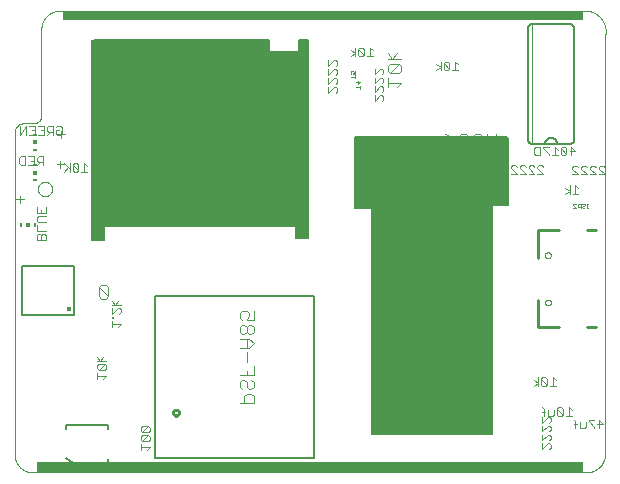
<source format=gbo>
G75*
%MOIN*%
%OFA0B0*%
%FSLAX25Y25*%
%IPPOS*%
%LPD*%
%AMOC8*
5,1,8,0,0,1.08239X$1,22.5*
%
%ADD10C,0.00000*%
%ADD11R,1.82244X0.03228*%
%ADD12R,1.73228X0.03150*%
%ADD13C,0.00800*%
%ADD14C,0.00600*%
%ADD15C,0.00200*%
%ADD16C,0.00300*%
%ADD17C,0.00500*%
%ADD18C,0.01000*%
%ADD19C,0.00100*%
%ADD20C,0.00400*%
%ADD21R,0.00591X0.01181*%
%ADD22R,0.01181X0.01181*%
%ADD23C,0.01761*%
%ADD24R,0.01181X0.00591*%
D10*
X0010738Y0006895D02*
X0010738Y0114484D01*
X0010740Y0114588D01*
X0010746Y0114692D01*
X0010755Y0114796D01*
X0010768Y0114900D01*
X0010785Y0115002D01*
X0010806Y0115105D01*
X0010831Y0115206D01*
X0010859Y0115306D01*
X0010891Y0115406D01*
X0010926Y0115504D01*
X0010965Y0115600D01*
X0011008Y0115695D01*
X0011054Y0115789D01*
X0011103Y0115881D01*
X0011156Y0115971D01*
X0011212Y0116059D01*
X0011271Y0116145D01*
X0011333Y0116228D01*
X0011398Y0116310D01*
X0011466Y0116389D01*
X0011537Y0116465D01*
X0011611Y0116539D01*
X0011687Y0116610D01*
X0011766Y0116678D01*
X0011848Y0116743D01*
X0011931Y0116805D01*
X0012017Y0116864D01*
X0012105Y0116920D01*
X0012195Y0116973D01*
X0012287Y0117022D01*
X0012381Y0117068D01*
X0012476Y0117111D01*
X0012572Y0117150D01*
X0012670Y0117185D01*
X0012770Y0117217D01*
X0012870Y0117245D01*
X0012971Y0117270D01*
X0013074Y0117291D01*
X0013176Y0117308D01*
X0013280Y0117321D01*
X0013384Y0117330D01*
X0013488Y0117336D01*
X0013592Y0117338D01*
X0013592Y0117339D02*
X0016942Y0117339D01*
X0017044Y0117341D01*
X0017145Y0117347D01*
X0017246Y0117357D01*
X0017347Y0117370D01*
X0017447Y0117388D01*
X0017547Y0117409D01*
X0017645Y0117434D01*
X0017743Y0117463D01*
X0017839Y0117495D01*
X0017934Y0117531D01*
X0018028Y0117571D01*
X0018120Y0117615D01*
X0018210Y0117661D01*
X0018298Y0117712D01*
X0018385Y0117765D01*
X0018469Y0117822D01*
X0018551Y0117882D01*
X0018631Y0117945D01*
X0018708Y0118012D01*
X0018782Y0118081D01*
X0018854Y0118153D01*
X0018923Y0118227D01*
X0018990Y0118304D01*
X0019053Y0118384D01*
X0019113Y0118466D01*
X0019170Y0118550D01*
X0019223Y0118637D01*
X0019274Y0118725D01*
X0019320Y0118815D01*
X0019364Y0118907D01*
X0019404Y0119001D01*
X0019440Y0119096D01*
X0019472Y0119192D01*
X0019501Y0119290D01*
X0019526Y0119388D01*
X0019547Y0119488D01*
X0019565Y0119588D01*
X0019578Y0119689D01*
X0019588Y0119790D01*
X0019594Y0119891D01*
X0019596Y0119993D01*
X0019596Y0148826D01*
X0019597Y0148826D02*
X0019599Y0148979D01*
X0019605Y0149132D01*
X0019614Y0149284D01*
X0019628Y0149436D01*
X0019645Y0149588D01*
X0019667Y0149739D01*
X0019692Y0149890D01*
X0019720Y0150040D01*
X0019753Y0150190D01*
X0019790Y0150338D01*
X0019830Y0150485D01*
X0019874Y0150632D01*
X0019921Y0150777D01*
X0019972Y0150921D01*
X0020027Y0151064D01*
X0020086Y0151205D01*
X0020148Y0151344D01*
X0020213Y0151482D01*
X0020282Y0151619D01*
X0020355Y0151753D01*
X0020431Y0151886D01*
X0020510Y0152017D01*
X0020592Y0152145D01*
X0020678Y0152272D01*
X0020767Y0152396D01*
X0020859Y0152518D01*
X0020954Y0152638D01*
X0021052Y0152755D01*
X0021153Y0152870D01*
X0021257Y0152982D01*
X0021364Y0153091D01*
X0021473Y0153198D01*
X0021585Y0153302D01*
X0021700Y0153403D01*
X0021817Y0153501D01*
X0021937Y0153596D01*
X0022059Y0153688D01*
X0022183Y0153777D01*
X0022310Y0153863D01*
X0022438Y0153945D01*
X0022569Y0154024D01*
X0022702Y0154100D01*
X0022836Y0154173D01*
X0022973Y0154242D01*
X0023111Y0154307D01*
X0023250Y0154369D01*
X0023391Y0154428D01*
X0023534Y0154483D01*
X0023678Y0154534D01*
X0023823Y0154581D01*
X0023970Y0154625D01*
X0024117Y0154665D01*
X0024265Y0154702D01*
X0024415Y0154735D01*
X0024565Y0154763D01*
X0024716Y0154788D01*
X0024867Y0154810D01*
X0025019Y0154827D01*
X0025171Y0154841D01*
X0025323Y0154850D01*
X0025476Y0154856D01*
X0025629Y0154858D01*
X0201964Y0154858D01*
X0201964Y0154859D02*
X0202131Y0154826D01*
X0202296Y0154789D01*
X0202461Y0154748D01*
X0202625Y0154703D01*
X0202787Y0154654D01*
X0202949Y0154601D01*
X0203109Y0154545D01*
X0203267Y0154484D01*
X0203424Y0154420D01*
X0203580Y0154351D01*
X0203734Y0154280D01*
X0203886Y0154204D01*
X0204036Y0154125D01*
X0204184Y0154042D01*
X0204330Y0153955D01*
X0204474Y0153866D01*
X0204616Y0153772D01*
X0204755Y0153675D01*
X0204893Y0153575D01*
X0205027Y0153472D01*
X0205159Y0153365D01*
X0205289Y0153256D01*
X0205416Y0153143D01*
X0205540Y0153027D01*
X0205661Y0152908D01*
X0205779Y0152786D01*
X0205895Y0152662D01*
X0206007Y0152534D01*
X0206116Y0152404D01*
X0206222Y0152272D01*
X0206325Y0152137D01*
X0206424Y0151999D01*
X0206520Y0151859D01*
X0206613Y0151717D01*
X0206702Y0151572D01*
X0206788Y0151426D01*
X0206870Y0151277D01*
X0206949Y0151127D01*
X0207024Y0150974D01*
X0207095Y0150820D01*
X0207162Y0150665D01*
X0207226Y0150507D01*
X0207286Y0150348D01*
X0207342Y0150188D01*
X0207394Y0150026D01*
X0207442Y0149864D01*
X0207486Y0149700D01*
X0207526Y0149535D01*
X0207563Y0149369D01*
X0207595Y0149202D01*
X0207623Y0149035D01*
X0207647Y0148867D01*
X0207667Y0148698D01*
X0207683Y0148529D01*
X0207695Y0148360D01*
X0207703Y0148190D01*
X0207707Y0148021D01*
X0207706Y0147851D01*
X0207702Y0147681D01*
X0207693Y0147512D01*
X0207680Y0147342D01*
X0207664Y0147173D01*
X0207643Y0147005D01*
X0207618Y0146837D01*
X0207589Y0146670D01*
X0207589Y0146669D02*
X0207589Y0007487D01*
X0207587Y0007328D01*
X0207581Y0007169D01*
X0207571Y0007010D01*
X0207558Y0006851D01*
X0207540Y0006693D01*
X0207519Y0006535D01*
X0207493Y0006378D01*
X0207464Y0006221D01*
X0207431Y0006066D01*
X0207395Y0005911D01*
X0207354Y0005757D01*
X0207310Y0005604D01*
X0207262Y0005452D01*
X0207210Y0005302D01*
X0207154Y0005152D01*
X0207095Y0005005D01*
X0207032Y0004858D01*
X0206966Y0004713D01*
X0206896Y0004570D01*
X0206823Y0004429D01*
X0206746Y0004290D01*
X0206666Y0004152D01*
X0206583Y0004016D01*
X0206496Y0003883D01*
X0206406Y0003752D01*
X0206312Y0003623D01*
X0206216Y0003496D01*
X0206117Y0003372D01*
X0206014Y0003250D01*
X0205909Y0003131D01*
X0205800Y0003014D01*
X0205689Y0002900D01*
X0205575Y0002789D01*
X0205458Y0002680D01*
X0205339Y0002575D01*
X0205217Y0002472D01*
X0205093Y0002373D01*
X0204966Y0002277D01*
X0204837Y0002183D01*
X0204706Y0002093D01*
X0204573Y0002006D01*
X0204437Y0001923D01*
X0204299Y0001843D01*
X0204160Y0001766D01*
X0204019Y0001693D01*
X0203876Y0001623D01*
X0203731Y0001557D01*
X0203584Y0001494D01*
X0203437Y0001435D01*
X0203287Y0001379D01*
X0203137Y0001327D01*
X0202985Y0001279D01*
X0202832Y0001235D01*
X0202678Y0001194D01*
X0202523Y0001158D01*
X0202368Y0001125D01*
X0202211Y0001096D01*
X0202054Y0001070D01*
X0201896Y0001049D01*
X0201738Y0001031D01*
X0201579Y0001018D01*
X0201420Y0001008D01*
X0201261Y0001002D01*
X0201102Y0001000D01*
X0016644Y0001000D01*
X0016643Y0001000D02*
X0016492Y0001002D01*
X0016340Y0001008D01*
X0016188Y0001017D01*
X0016037Y0001031D01*
X0015886Y0001048D01*
X0015735Y0001069D01*
X0015586Y0001095D01*
X0015436Y0001124D01*
X0015288Y0001156D01*
X0015141Y0001193D01*
X0014994Y0001234D01*
X0014849Y0001278D01*
X0014705Y0001326D01*
X0014562Y0001377D01*
X0014420Y0001433D01*
X0014280Y0001492D01*
X0014142Y0001554D01*
X0014005Y0001620D01*
X0013870Y0001690D01*
X0013737Y0001763D01*
X0013605Y0001839D01*
X0013476Y0001919D01*
X0013349Y0002002D01*
X0013224Y0002088D01*
X0013101Y0002178D01*
X0012981Y0002270D01*
X0012863Y0002366D01*
X0012747Y0002465D01*
X0012634Y0002566D01*
X0012524Y0002671D01*
X0012417Y0002778D01*
X0012312Y0002888D01*
X0012210Y0003001D01*
X0012111Y0003116D01*
X0012015Y0003234D01*
X0011922Y0003354D01*
X0011832Y0003477D01*
X0011746Y0003602D01*
X0011663Y0003729D01*
X0011583Y0003858D01*
X0011506Y0003989D01*
X0011433Y0004122D01*
X0011363Y0004257D01*
X0011297Y0004394D01*
X0011234Y0004532D01*
X0011175Y0004672D01*
X0011119Y0004814D01*
X0011067Y0004956D01*
X0011019Y0005101D01*
X0010975Y0005246D01*
X0010934Y0005392D01*
X0010897Y0005540D01*
X0010864Y0005688D01*
X0010835Y0005837D01*
X0010809Y0005987D01*
X0010788Y0006137D01*
X0010770Y0006288D01*
X0010756Y0006439D01*
X0010746Y0006591D01*
X0010740Y0006743D01*
X0010738Y0006895D01*
X0018455Y0095488D02*
X0018457Y0095585D01*
X0018463Y0095682D01*
X0018473Y0095778D01*
X0018487Y0095874D01*
X0018505Y0095970D01*
X0018526Y0096064D01*
X0018552Y0096158D01*
X0018581Y0096250D01*
X0018615Y0096341D01*
X0018651Y0096431D01*
X0018692Y0096519D01*
X0018736Y0096605D01*
X0018784Y0096690D01*
X0018835Y0096772D01*
X0018889Y0096853D01*
X0018947Y0096931D01*
X0019008Y0097006D01*
X0019071Y0097079D01*
X0019138Y0097150D01*
X0019208Y0097217D01*
X0019280Y0097282D01*
X0019355Y0097343D01*
X0019433Y0097402D01*
X0019512Y0097457D01*
X0019594Y0097509D01*
X0019678Y0097557D01*
X0019764Y0097602D01*
X0019852Y0097644D01*
X0019941Y0097682D01*
X0020032Y0097716D01*
X0020124Y0097746D01*
X0020217Y0097773D01*
X0020312Y0097795D01*
X0020407Y0097814D01*
X0020503Y0097829D01*
X0020599Y0097840D01*
X0020696Y0097847D01*
X0020793Y0097850D01*
X0020890Y0097849D01*
X0020987Y0097844D01*
X0021083Y0097835D01*
X0021179Y0097822D01*
X0021275Y0097805D01*
X0021370Y0097784D01*
X0021463Y0097760D01*
X0021556Y0097731D01*
X0021648Y0097699D01*
X0021738Y0097663D01*
X0021826Y0097624D01*
X0021913Y0097580D01*
X0021998Y0097534D01*
X0022081Y0097483D01*
X0022162Y0097430D01*
X0022240Y0097373D01*
X0022317Y0097313D01*
X0022390Y0097250D01*
X0022461Y0097184D01*
X0022529Y0097115D01*
X0022595Y0097043D01*
X0022657Y0096969D01*
X0022716Y0096892D01*
X0022772Y0096813D01*
X0022825Y0096731D01*
X0022875Y0096648D01*
X0022920Y0096562D01*
X0022963Y0096475D01*
X0023002Y0096386D01*
X0023037Y0096296D01*
X0023068Y0096204D01*
X0023095Y0096111D01*
X0023119Y0096017D01*
X0023139Y0095922D01*
X0023155Y0095826D01*
X0023167Y0095730D01*
X0023175Y0095633D01*
X0023179Y0095536D01*
X0023179Y0095440D01*
X0023175Y0095343D01*
X0023167Y0095246D01*
X0023155Y0095150D01*
X0023139Y0095054D01*
X0023119Y0094959D01*
X0023095Y0094865D01*
X0023068Y0094772D01*
X0023037Y0094680D01*
X0023002Y0094590D01*
X0022963Y0094501D01*
X0022920Y0094414D01*
X0022875Y0094328D01*
X0022825Y0094245D01*
X0022772Y0094163D01*
X0022716Y0094084D01*
X0022657Y0094007D01*
X0022595Y0093933D01*
X0022529Y0093861D01*
X0022461Y0093792D01*
X0022390Y0093726D01*
X0022317Y0093663D01*
X0022240Y0093603D01*
X0022162Y0093546D01*
X0022081Y0093493D01*
X0021998Y0093442D01*
X0021913Y0093396D01*
X0021826Y0093352D01*
X0021738Y0093313D01*
X0021648Y0093277D01*
X0021556Y0093245D01*
X0021463Y0093216D01*
X0021370Y0093192D01*
X0021275Y0093171D01*
X0021179Y0093154D01*
X0021083Y0093141D01*
X0020987Y0093132D01*
X0020890Y0093127D01*
X0020793Y0093126D01*
X0020696Y0093129D01*
X0020599Y0093136D01*
X0020503Y0093147D01*
X0020407Y0093162D01*
X0020312Y0093181D01*
X0020217Y0093203D01*
X0020124Y0093230D01*
X0020032Y0093260D01*
X0019941Y0093294D01*
X0019852Y0093332D01*
X0019764Y0093374D01*
X0019678Y0093419D01*
X0019594Y0093467D01*
X0019512Y0093519D01*
X0019433Y0093574D01*
X0019355Y0093633D01*
X0019280Y0093694D01*
X0019208Y0093759D01*
X0019138Y0093826D01*
X0019071Y0093897D01*
X0019008Y0093970D01*
X0018947Y0094045D01*
X0018889Y0094123D01*
X0018835Y0094204D01*
X0018784Y0094286D01*
X0018736Y0094371D01*
X0018692Y0094457D01*
X0018651Y0094545D01*
X0018615Y0094635D01*
X0018581Y0094726D01*
X0018552Y0094818D01*
X0018526Y0094912D01*
X0018505Y0095006D01*
X0018487Y0095102D01*
X0018473Y0095198D01*
X0018463Y0095294D01*
X0018457Y0095391D01*
X0018455Y0095488D01*
X0046014Y0095488D02*
X0046016Y0095585D01*
X0046022Y0095682D01*
X0046032Y0095778D01*
X0046046Y0095874D01*
X0046064Y0095970D01*
X0046085Y0096064D01*
X0046111Y0096158D01*
X0046140Y0096250D01*
X0046174Y0096341D01*
X0046210Y0096431D01*
X0046251Y0096519D01*
X0046295Y0096605D01*
X0046343Y0096690D01*
X0046394Y0096772D01*
X0046448Y0096853D01*
X0046506Y0096931D01*
X0046567Y0097006D01*
X0046630Y0097079D01*
X0046697Y0097150D01*
X0046767Y0097217D01*
X0046839Y0097282D01*
X0046914Y0097343D01*
X0046992Y0097402D01*
X0047071Y0097457D01*
X0047153Y0097509D01*
X0047237Y0097557D01*
X0047323Y0097602D01*
X0047411Y0097644D01*
X0047500Y0097682D01*
X0047591Y0097716D01*
X0047683Y0097746D01*
X0047776Y0097773D01*
X0047871Y0097795D01*
X0047966Y0097814D01*
X0048062Y0097829D01*
X0048158Y0097840D01*
X0048255Y0097847D01*
X0048352Y0097850D01*
X0048449Y0097849D01*
X0048546Y0097844D01*
X0048642Y0097835D01*
X0048738Y0097822D01*
X0048834Y0097805D01*
X0048929Y0097784D01*
X0049022Y0097760D01*
X0049115Y0097731D01*
X0049207Y0097699D01*
X0049297Y0097663D01*
X0049385Y0097624D01*
X0049472Y0097580D01*
X0049557Y0097534D01*
X0049640Y0097483D01*
X0049721Y0097430D01*
X0049799Y0097373D01*
X0049876Y0097313D01*
X0049949Y0097250D01*
X0050020Y0097184D01*
X0050088Y0097115D01*
X0050154Y0097043D01*
X0050216Y0096969D01*
X0050275Y0096892D01*
X0050331Y0096813D01*
X0050384Y0096731D01*
X0050434Y0096648D01*
X0050479Y0096562D01*
X0050522Y0096475D01*
X0050561Y0096386D01*
X0050596Y0096296D01*
X0050627Y0096204D01*
X0050654Y0096111D01*
X0050678Y0096017D01*
X0050698Y0095922D01*
X0050714Y0095826D01*
X0050726Y0095730D01*
X0050734Y0095633D01*
X0050738Y0095536D01*
X0050738Y0095440D01*
X0050734Y0095343D01*
X0050726Y0095246D01*
X0050714Y0095150D01*
X0050698Y0095054D01*
X0050678Y0094959D01*
X0050654Y0094865D01*
X0050627Y0094772D01*
X0050596Y0094680D01*
X0050561Y0094590D01*
X0050522Y0094501D01*
X0050479Y0094414D01*
X0050434Y0094328D01*
X0050384Y0094245D01*
X0050331Y0094163D01*
X0050275Y0094084D01*
X0050216Y0094007D01*
X0050154Y0093933D01*
X0050088Y0093861D01*
X0050020Y0093792D01*
X0049949Y0093726D01*
X0049876Y0093663D01*
X0049799Y0093603D01*
X0049721Y0093546D01*
X0049640Y0093493D01*
X0049557Y0093442D01*
X0049472Y0093396D01*
X0049385Y0093352D01*
X0049297Y0093313D01*
X0049207Y0093277D01*
X0049115Y0093245D01*
X0049022Y0093216D01*
X0048929Y0093192D01*
X0048834Y0093171D01*
X0048738Y0093154D01*
X0048642Y0093141D01*
X0048546Y0093132D01*
X0048449Y0093127D01*
X0048352Y0093126D01*
X0048255Y0093129D01*
X0048158Y0093136D01*
X0048062Y0093147D01*
X0047966Y0093162D01*
X0047871Y0093181D01*
X0047776Y0093203D01*
X0047683Y0093230D01*
X0047591Y0093260D01*
X0047500Y0093294D01*
X0047411Y0093332D01*
X0047323Y0093374D01*
X0047237Y0093419D01*
X0047153Y0093467D01*
X0047071Y0093519D01*
X0046992Y0093574D01*
X0046914Y0093633D01*
X0046839Y0093694D01*
X0046767Y0093759D01*
X0046697Y0093826D01*
X0046630Y0093897D01*
X0046567Y0093970D01*
X0046506Y0094045D01*
X0046448Y0094123D01*
X0046394Y0094204D01*
X0046343Y0094286D01*
X0046295Y0094371D01*
X0046251Y0094457D01*
X0046210Y0094545D01*
X0046174Y0094635D01*
X0046140Y0094726D01*
X0046111Y0094818D01*
X0046085Y0094912D01*
X0046064Y0095006D01*
X0046046Y0095102D01*
X0046032Y0095198D01*
X0046022Y0095294D01*
X0046016Y0095391D01*
X0046014Y0095488D01*
X0187431Y0073402D02*
X0187433Y0073464D01*
X0187439Y0073527D01*
X0187449Y0073588D01*
X0187463Y0073649D01*
X0187480Y0073709D01*
X0187501Y0073768D01*
X0187527Y0073825D01*
X0187555Y0073880D01*
X0187587Y0073934D01*
X0187623Y0073985D01*
X0187661Y0074035D01*
X0187703Y0074081D01*
X0187747Y0074125D01*
X0187795Y0074166D01*
X0187844Y0074204D01*
X0187896Y0074238D01*
X0187950Y0074269D01*
X0188006Y0074297D01*
X0188064Y0074321D01*
X0188123Y0074342D01*
X0188183Y0074358D01*
X0188244Y0074371D01*
X0188306Y0074380D01*
X0188368Y0074385D01*
X0188431Y0074386D01*
X0188493Y0074383D01*
X0188555Y0074376D01*
X0188617Y0074365D01*
X0188677Y0074350D01*
X0188737Y0074332D01*
X0188795Y0074310D01*
X0188852Y0074284D01*
X0188907Y0074254D01*
X0188960Y0074221D01*
X0189011Y0074185D01*
X0189059Y0074146D01*
X0189105Y0074103D01*
X0189148Y0074058D01*
X0189188Y0074010D01*
X0189225Y0073960D01*
X0189259Y0073907D01*
X0189290Y0073853D01*
X0189316Y0073797D01*
X0189340Y0073739D01*
X0189359Y0073679D01*
X0189375Y0073619D01*
X0189387Y0073557D01*
X0189395Y0073496D01*
X0189399Y0073433D01*
X0189399Y0073371D01*
X0189395Y0073308D01*
X0189387Y0073247D01*
X0189375Y0073185D01*
X0189359Y0073125D01*
X0189340Y0073065D01*
X0189316Y0073007D01*
X0189290Y0072951D01*
X0189259Y0072897D01*
X0189225Y0072844D01*
X0189188Y0072794D01*
X0189148Y0072746D01*
X0189105Y0072701D01*
X0189059Y0072658D01*
X0189011Y0072619D01*
X0188960Y0072583D01*
X0188907Y0072550D01*
X0188852Y0072520D01*
X0188795Y0072494D01*
X0188737Y0072472D01*
X0188677Y0072454D01*
X0188617Y0072439D01*
X0188555Y0072428D01*
X0188493Y0072421D01*
X0188431Y0072418D01*
X0188368Y0072419D01*
X0188306Y0072424D01*
X0188244Y0072433D01*
X0188183Y0072446D01*
X0188123Y0072462D01*
X0188064Y0072483D01*
X0188006Y0072507D01*
X0187950Y0072535D01*
X0187896Y0072566D01*
X0187844Y0072600D01*
X0187795Y0072638D01*
X0187747Y0072679D01*
X0187703Y0072723D01*
X0187661Y0072769D01*
X0187623Y0072819D01*
X0187587Y0072870D01*
X0187555Y0072924D01*
X0187527Y0072979D01*
X0187501Y0073036D01*
X0187480Y0073095D01*
X0187463Y0073155D01*
X0187449Y0073216D01*
X0187439Y0073277D01*
X0187433Y0073340D01*
X0187431Y0073402D01*
X0187431Y0057654D02*
X0187433Y0057716D01*
X0187439Y0057779D01*
X0187449Y0057840D01*
X0187463Y0057901D01*
X0187480Y0057961D01*
X0187501Y0058020D01*
X0187527Y0058077D01*
X0187555Y0058132D01*
X0187587Y0058186D01*
X0187623Y0058237D01*
X0187661Y0058287D01*
X0187703Y0058333D01*
X0187747Y0058377D01*
X0187795Y0058418D01*
X0187844Y0058456D01*
X0187896Y0058490D01*
X0187950Y0058521D01*
X0188006Y0058549D01*
X0188064Y0058573D01*
X0188123Y0058594D01*
X0188183Y0058610D01*
X0188244Y0058623D01*
X0188306Y0058632D01*
X0188368Y0058637D01*
X0188431Y0058638D01*
X0188493Y0058635D01*
X0188555Y0058628D01*
X0188617Y0058617D01*
X0188677Y0058602D01*
X0188737Y0058584D01*
X0188795Y0058562D01*
X0188852Y0058536D01*
X0188907Y0058506D01*
X0188960Y0058473D01*
X0189011Y0058437D01*
X0189059Y0058398D01*
X0189105Y0058355D01*
X0189148Y0058310D01*
X0189188Y0058262D01*
X0189225Y0058212D01*
X0189259Y0058159D01*
X0189290Y0058105D01*
X0189316Y0058049D01*
X0189340Y0057991D01*
X0189359Y0057931D01*
X0189375Y0057871D01*
X0189387Y0057809D01*
X0189395Y0057748D01*
X0189399Y0057685D01*
X0189399Y0057623D01*
X0189395Y0057560D01*
X0189387Y0057499D01*
X0189375Y0057437D01*
X0189359Y0057377D01*
X0189340Y0057317D01*
X0189316Y0057259D01*
X0189290Y0057203D01*
X0189259Y0057149D01*
X0189225Y0057096D01*
X0189188Y0057046D01*
X0189148Y0056998D01*
X0189105Y0056953D01*
X0189059Y0056910D01*
X0189011Y0056871D01*
X0188960Y0056835D01*
X0188907Y0056802D01*
X0188852Y0056772D01*
X0188795Y0056746D01*
X0188737Y0056724D01*
X0188677Y0056706D01*
X0188617Y0056691D01*
X0188555Y0056680D01*
X0188493Y0056673D01*
X0188431Y0056670D01*
X0188368Y0056671D01*
X0188306Y0056676D01*
X0188244Y0056685D01*
X0188183Y0056698D01*
X0188123Y0056714D01*
X0188064Y0056735D01*
X0188006Y0056759D01*
X0187950Y0056787D01*
X0187896Y0056818D01*
X0187844Y0056852D01*
X0187795Y0056890D01*
X0187747Y0056931D01*
X0187703Y0056975D01*
X0187661Y0057021D01*
X0187623Y0057071D01*
X0187587Y0057122D01*
X0187555Y0057176D01*
X0187527Y0057231D01*
X0187501Y0057288D01*
X0187480Y0057347D01*
X0187463Y0057407D01*
X0187449Y0057468D01*
X0187439Y0057529D01*
X0187433Y0057592D01*
X0187431Y0057654D01*
D11*
X0109183Y0002693D03*
D12*
X0113415Y0153244D03*
D13*
X0041919Y0016827D02*
X0027746Y0016827D01*
X0027746Y0015646D01*
X0027746Y0005921D02*
X0030108Y0004228D01*
X0041919Y0004228D01*
X0041919Y0005409D01*
X0041919Y0015646D02*
X0041919Y0016827D01*
D14*
X0181818Y0112067D02*
X0181818Y0149067D01*
X0181820Y0149143D01*
X0181826Y0149219D01*
X0181835Y0149294D01*
X0181849Y0149369D01*
X0181866Y0149443D01*
X0181887Y0149516D01*
X0181911Y0149588D01*
X0181940Y0149659D01*
X0181971Y0149728D01*
X0182006Y0149795D01*
X0182045Y0149860D01*
X0182087Y0149924D01*
X0182132Y0149985D01*
X0182180Y0150044D01*
X0182231Y0150100D01*
X0182285Y0150154D01*
X0182341Y0150205D01*
X0182400Y0150253D01*
X0182461Y0150298D01*
X0182525Y0150340D01*
X0182590Y0150379D01*
X0182657Y0150414D01*
X0182726Y0150445D01*
X0182797Y0150474D01*
X0182869Y0150498D01*
X0182942Y0150519D01*
X0183016Y0150536D01*
X0183091Y0150550D01*
X0183166Y0150559D01*
X0183242Y0150565D01*
X0183318Y0150567D01*
X0195718Y0150567D01*
X0195794Y0150565D01*
X0195870Y0150559D01*
X0195945Y0150550D01*
X0196020Y0150536D01*
X0196094Y0150519D01*
X0196167Y0150498D01*
X0196239Y0150474D01*
X0196310Y0150445D01*
X0196379Y0150414D01*
X0196446Y0150379D01*
X0196511Y0150340D01*
X0196575Y0150298D01*
X0196636Y0150253D01*
X0196695Y0150205D01*
X0196751Y0150154D01*
X0196805Y0150100D01*
X0196856Y0150044D01*
X0196904Y0149985D01*
X0196949Y0149924D01*
X0196991Y0149860D01*
X0197030Y0149795D01*
X0197065Y0149728D01*
X0197096Y0149659D01*
X0197125Y0149588D01*
X0197149Y0149516D01*
X0197170Y0149443D01*
X0197187Y0149369D01*
X0197201Y0149294D01*
X0197210Y0149219D01*
X0197216Y0149143D01*
X0197218Y0149067D01*
X0197218Y0112067D01*
X0197216Y0111991D01*
X0197210Y0111915D01*
X0197201Y0111840D01*
X0197187Y0111765D01*
X0197170Y0111691D01*
X0197149Y0111618D01*
X0197125Y0111546D01*
X0197096Y0111475D01*
X0197065Y0111406D01*
X0197030Y0111339D01*
X0196991Y0111274D01*
X0196949Y0111210D01*
X0196904Y0111149D01*
X0196856Y0111090D01*
X0196805Y0111034D01*
X0196751Y0110980D01*
X0196695Y0110929D01*
X0196636Y0110881D01*
X0196575Y0110836D01*
X0196511Y0110794D01*
X0196446Y0110755D01*
X0196379Y0110720D01*
X0196310Y0110689D01*
X0196239Y0110660D01*
X0196167Y0110636D01*
X0196094Y0110615D01*
X0196020Y0110598D01*
X0195945Y0110584D01*
X0195870Y0110575D01*
X0195794Y0110569D01*
X0195718Y0110567D01*
X0191518Y0110567D01*
X0187518Y0110567D01*
X0183318Y0110567D01*
X0183242Y0110569D01*
X0183166Y0110575D01*
X0183091Y0110584D01*
X0183016Y0110598D01*
X0182942Y0110615D01*
X0182869Y0110636D01*
X0182797Y0110660D01*
X0182726Y0110689D01*
X0182657Y0110720D01*
X0182590Y0110755D01*
X0182525Y0110794D01*
X0182461Y0110836D01*
X0182400Y0110881D01*
X0182341Y0110929D01*
X0182285Y0110980D01*
X0182231Y0111034D01*
X0182180Y0111090D01*
X0182132Y0111149D01*
X0182087Y0111210D01*
X0182045Y0111274D01*
X0182006Y0111339D01*
X0181971Y0111406D01*
X0181940Y0111475D01*
X0181911Y0111546D01*
X0181887Y0111618D01*
X0181866Y0111691D01*
X0181849Y0111765D01*
X0181835Y0111840D01*
X0181826Y0111915D01*
X0181820Y0111991D01*
X0181818Y0112067D01*
X0187518Y0110567D02*
X0187520Y0110655D01*
X0187526Y0110744D01*
X0187536Y0110832D01*
X0187549Y0110919D01*
X0187567Y0111006D01*
X0187588Y0111092D01*
X0187613Y0111177D01*
X0187642Y0111260D01*
X0187675Y0111343D01*
X0187711Y0111423D01*
X0187750Y0111502D01*
X0187793Y0111580D01*
X0187840Y0111655D01*
X0187890Y0111728D01*
X0187943Y0111799D01*
X0187999Y0111868D01*
X0188058Y0111934D01*
X0188120Y0111997D01*
X0188184Y0112057D01*
X0188251Y0112115D01*
X0188321Y0112169D01*
X0188393Y0112221D01*
X0188467Y0112269D01*
X0188544Y0112314D01*
X0188622Y0112355D01*
X0188702Y0112393D01*
X0188783Y0112427D01*
X0188866Y0112458D01*
X0188951Y0112485D01*
X0189036Y0112508D01*
X0189122Y0112527D01*
X0189210Y0112543D01*
X0189297Y0112555D01*
X0189385Y0112563D01*
X0189474Y0112567D01*
X0189562Y0112567D01*
X0189651Y0112563D01*
X0189739Y0112555D01*
X0189826Y0112543D01*
X0189914Y0112527D01*
X0190000Y0112508D01*
X0190085Y0112485D01*
X0190170Y0112458D01*
X0190253Y0112427D01*
X0190334Y0112393D01*
X0190414Y0112355D01*
X0190492Y0112314D01*
X0190569Y0112269D01*
X0190643Y0112221D01*
X0190715Y0112169D01*
X0190785Y0112115D01*
X0190852Y0112057D01*
X0190916Y0111997D01*
X0190978Y0111934D01*
X0191037Y0111868D01*
X0191093Y0111799D01*
X0191146Y0111728D01*
X0191196Y0111655D01*
X0191243Y0111580D01*
X0191286Y0111502D01*
X0191325Y0111423D01*
X0191361Y0111343D01*
X0191394Y0111260D01*
X0191423Y0111177D01*
X0191448Y0111092D01*
X0191469Y0111006D01*
X0191487Y0110919D01*
X0191500Y0110832D01*
X0191510Y0110744D01*
X0191516Y0110655D01*
X0191518Y0110567D01*
D15*
X0183218Y0110567D02*
X0183218Y0150567D01*
D16*
X0158563Y0137011D02*
X0157595Y0137978D01*
X0157595Y0135076D01*
X0156628Y0135076D02*
X0158563Y0135076D01*
X0155616Y0135560D02*
X0153681Y0137495D01*
X0153681Y0135560D01*
X0154165Y0135076D01*
X0155132Y0135076D01*
X0155616Y0135560D01*
X0155616Y0137495D01*
X0155132Y0137978D01*
X0154165Y0137978D01*
X0153681Y0137495D01*
X0152670Y0137978D02*
X0152670Y0135076D01*
X0152670Y0136043D02*
X0151218Y0137011D01*
X0152670Y0136043D02*
X0151218Y0135076D01*
X0133585Y0135111D02*
X0133585Y0134144D01*
X0133101Y0133660D01*
X0133101Y0132649D02*
X0133585Y0132165D01*
X0133585Y0131197D01*
X0133101Y0130714D01*
X0133101Y0129702D02*
X0133585Y0129218D01*
X0133585Y0128251D01*
X0133101Y0127767D01*
X0133101Y0126756D02*
X0133585Y0126272D01*
X0133585Y0125304D01*
X0133101Y0124821D01*
X0133101Y0126756D02*
X0132617Y0126756D01*
X0130682Y0124821D01*
X0130682Y0126756D01*
X0130682Y0127767D02*
X0132617Y0129702D01*
X0133101Y0129702D01*
X0130682Y0129702D02*
X0130682Y0127767D01*
X0130682Y0130714D02*
X0132617Y0132649D01*
X0133101Y0132649D01*
X0130682Y0132649D02*
X0130682Y0130714D01*
X0130682Y0133660D02*
X0132617Y0135595D01*
X0133101Y0135595D01*
X0133585Y0135111D01*
X0130682Y0135595D02*
X0130682Y0133660D01*
X0130017Y0139733D02*
X0128082Y0139733D01*
X0129050Y0139733D02*
X0129050Y0142635D01*
X0130017Y0141668D01*
X0127071Y0142151D02*
X0127071Y0140216D01*
X0125136Y0142151D01*
X0125136Y0140216D01*
X0125620Y0139733D01*
X0126587Y0139733D01*
X0127071Y0140216D01*
X0124124Y0139733D02*
X0124124Y0142635D01*
X0125136Y0142151D02*
X0125620Y0142635D01*
X0126587Y0142635D01*
X0127071Y0142151D01*
X0124124Y0140700D02*
X0122673Y0141668D01*
X0124124Y0140700D02*
X0122673Y0139733D01*
X0118159Y0137913D02*
X0118159Y0136946D01*
X0117675Y0136462D01*
X0117675Y0135450D02*
X0118159Y0134967D01*
X0118159Y0133999D01*
X0117675Y0133515D01*
X0117675Y0132504D02*
X0118159Y0132020D01*
X0118159Y0131053D01*
X0117675Y0130569D01*
X0117675Y0129557D02*
X0118159Y0129074D01*
X0118159Y0128106D01*
X0117675Y0127622D01*
X0117191Y0129557D02*
X0115256Y0127622D01*
X0115256Y0129557D01*
X0115256Y0130569D02*
X0117191Y0132504D01*
X0117675Y0132504D01*
X0115256Y0132504D02*
X0115256Y0130569D01*
X0117191Y0129557D02*
X0117675Y0129557D01*
X0115256Y0133515D02*
X0117191Y0135450D01*
X0117675Y0135450D01*
X0115256Y0135450D02*
X0115256Y0133515D01*
X0115256Y0136462D02*
X0117191Y0138397D01*
X0117675Y0138397D01*
X0118159Y0137913D01*
X0115256Y0138397D02*
X0115256Y0136462D01*
X0104986Y0136353D02*
X0104986Y0138288D01*
X0104986Y0137321D02*
X0102083Y0137321D01*
X0099986Y0137804D02*
X0099986Y0136353D01*
X0097083Y0136353D01*
X0097083Y0137804D01*
X0097567Y0138288D01*
X0099502Y0138288D01*
X0099986Y0137804D01*
X0099986Y0135342D02*
X0097083Y0135342D01*
X0099986Y0133407D01*
X0097083Y0133407D01*
X0097567Y0132395D02*
X0098535Y0132395D01*
X0098535Y0131428D01*
X0099502Y0132395D02*
X0099986Y0131911D01*
X0099986Y0130944D01*
X0099502Y0130460D01*
X0097567Y0130460D01*
X0097083Y0130944D01*
X0097083Y0131911D01*
X0097567Y0132395D01*
X0102083Y0132395D02*
X0104018Y0132395D01*
X0104986Y0131428D01*
X0104018Y0130460D01*
X0102083Y0130460D01*
X0103535Y0130460D02*
X0103535Y0132395D01*
X0102083Y0133407D02*
X0104986Y0133407D01*
X0102083Y0135342D01*
X0104986Y0135342D01*
X0104986Y0098021D02*
X0104986Y0096086D01*
X0104986Y0097053D02*
X0102083Y0097053D01*
X0102083Y0095074D02*
X0102083Y0093139D01*
X0104986Y0093139D01*
X0104986Y0095074D01*
X0103535Y0094107D02*
X0103535Y0093139D01*
X0103051Y0092128D02*
X0102567Y0092128D01*
X0102083Y0091644D01*
X0102083Y0090676D01*
X0102567Y0090193D01*
X0103535Y0090676D02*
X0103535Y0091644D01*
X0103051Y0092128D01*
X0104502Y0092128D02*
X0104986Y0091644D01*
X0104986Y0090676D01*
X0104502Y0090193D01*
X0104018Y0090193D01*
X0103535Y0090676D01*
X0104986Y0089181D02*
X0104986Y0087246D01*
X0102083Y0087246D01*
X0102083Y0089181D01*
X0103535Y0088214D02*
X0103535Y0087246D01*
X0103535Y0086235D02*
X0103051Y0085751D01*
X0103051Y0084300D01*
X0103051Y0085267D02*
X0102083Y0086235D01*
X0103535Y0086235D02*
X0104502Y0086235D01*
X0104986Y0085751D01*
X0104986Y0084300D01*
X0102083Y0084300D01*
X0099986Y0084300D02*
X0099986Y0085751D01*
X0099502Y0086235D01*
X0097567Y0086235D01*
X0097083Y0085751D01*
X0097083Y0084300D01*
X0099986Y0084300D01*
X0099986Y0087246D02*
X0099986Y0088214D01*
X0099986Y0087730D02*
X0097083Y0087730D01*
X0097083Y0087246D02*
X0097083Y0088214D01*
X0097567Y0089210D02*
X0097083Y0089694D01*
X0097083Y0090662D01*
X0097567Y0091145D01*
X0099502Y0091145D01*
X0099986Y0090662D01*
X0099986Y0089694D01*
X0099502Y0089210D01*
X0097567Y0089210D01*
X0094986Y0089694D02*
X0094986Y0090662D01*
X0094502Y0091145D01*
X0092567Y0091145D01*
X0092083Y0090662D01*
X0092083Y0089694D01*
X0092567Y0089210D01*
X0094502Y0089210D01*
X0094986Y0089694D01*
X0094986Y0088214D02*
X0094986Y0087246D01*
X0094986Y0087730D02*
X0092083Y0087730D01*
X0092083Y0087246D02*
X0092083Y0088214D01*
X0092567Y0086235D02*
X0092083Y0085751D01*
X0092083Y0084300D01*
X0094986Y0084300D01*
X0094986Y0085751D01*
X0094502Y0086235D01*
X0092567Y0086235D01*
X0089986Y0085751D02*
X0089986Y0084300D01*
X0087083Y0084300D01*
X0087083Y0085751D01*
X0087567Y0086235D01*
X0089502Y0086235D01*
X0089986Y0085751D01*
X0089986Y0087246D02*
X0089986Y0088214D01*
X0089986Y0087730D02*
X0087083Y0087730D01*
X0087083Y0087246D02*
X0087083Y0088214D01*
X0087567Y0089210D02*
X0087083Y0089694D01*
X0087083Y0090662D01*
X0087567Y0091145D01*
X0089502Y0091145D01*
X0089986Y0090662D01*
X0089986Y0089694D01*
X0089502Y0089210D01*
X0087567Y0089210D01*
X0084986Y0089694D02*
X0084986Y0090662D01*
X0084502Y0091145D01*
X0082567Y0091145D01*
X0082083Y0090662D01*
X0082083Y0089694D01*
X0082567Y0089210D01*
X0084502Y0089210D01*
X0084986Y0089694D01*
X0084986Y0088214D02*
X0084986Y0087246D01*
X0084986Y0087730D02*
X0082083Y0087730D01*
X0082083Y0087246D02*
X0082083Y0088214D01*
X0082567Y0086235D02*
X0084502Y0086235D01*
X0084986Y0085751D01*
X0084986Y0084300D01*
X0082083Y0084300D01*
X0082083Y0085751D01*
X0082567Y0086235D01*
X0079986Y0085751D02*
X0079986Y0084300D01*
X0077083Y0084300D01*
X0077083Y0085751D01*
X0077567Y0086235D01*
X0079502Y0086235D01*
X0079986Y0085751D01*
X0079986Y0087246D02*
X0079986Y0088214D01*
X0079986Y0087730D02*
X0077083Y0087730D01*
X0077083Y0087246D02*
X0077083Y0088214D01*
X0077567Y0089210D02*
X0077083Y0089694D01*
X0077083Y0090662D01*
X0077567Y0091145D01*
X0079502Y0091145D01*
X0079986Y0090662D01*
X0079986Y0089694D01*
X0079502Y0089210D01*
X0077567Y0089210D01*
X0074986Y0089694D02*
X0074986Y0090662D01*
X0074502Y0091145D01*
X0072567Y0091145D01*
X0072083Y0090662D01*
X0072083Y0089694D01*
X0072567Y0089210D01*
X0074502Y0089210D01*
X0074986Y0089694D01*
X0074986Y0088214D02*
X0074986Y0087246D01*
X0074986Y0087730D02*
X0072083Y0087730D01*
X0072083Y0087246D02*
X0072083Y0088214D01*
X0072567Y0086235D02*
X0074502Y0086235D01*
X0074986Y0085751D01*
X0074986Y0084300D01*
X0072083Y0084300D01*
X0072083Y0085751D01*
X0072567Y0086235D01*
X0069986Y0087730D02*
X0069986Y0088697D01*
X0069502Y0089181D01*
X0069018Y0089181D01*
X0068535Y0088697D01*
X0068051Y0089181D01*
X0067567Y0089181D01*
X0067083Y0088697D01*
X0067083Y0087730D01*
X0067567Y0087246D01*
X0068535Y0088214D02*
X0068535Y0088697D01*
X0068051Y0090193D02*
X0067083Y0091160D01*
X0068051Y0092128D01*
X0069986Y0092128D01*
X0069502Y0093139D02*
X0069986Y0093623D01*
X0069986Y0094590D01*
X0069502Y0095074D01*
X0069018Y0095074D01*
X0068535Y0094590D01*
X0068051Y0095074D01*
X0067567Y0095074D01*
X0067083Y0094590D01*
X0067083Y0093623D01*
X0067567Y0093139D01*
X0068535Y0094107D02*
X0068535Y0094590D01*
X0072083Y0093608D02*
X0072083Y0092641D01*
X0072567Y0092157D01*
X0073535Y0092157D02*
X0074018Y0093124D01*
X0074018Y0093608D01*
X0073535Y0094092D01*
X0072567Y0094092D01*
X0072083Y0093608D01*
X0073535Y0092157D02*
X0074986Y0092157D01*
X0074986Y0094092D01*
X0077083Y0093608D02*
X0079986Y0093608D01*
X0078535Y0092157D01*
X0078535Y0094092D01*
X0082083Y0093608D02*
X0082083Y0092641D01*
X0082567Y0092157D01*
X0083535Y0093124D02*
X0083535Y0093608D01*
X0083051Y0094092D01*
X0082567Y0094092D01*
X0082083Y0093608D01*
X0083535Y0093608D02*
X0084018Y0094092D01*
X0084502Y0094092D01*
X0084986Y0093608D01*
X0084986Y0092641D01*
X0084502Y0092157D01*
X0087083Y0092157D02*
X0087083Y0094092D01*
X0087083Y0092157D02*
X0089018Y0094092D01*
X0089502Y0094092D01*
X0089986Y0093608D01*
X0089986Y0092641D01*
X0089502Y0092157D01*
X0092083Y0092157D02*
X0092083Y0094092D01*
X0092083Y0093124D02*
X0094986Y0093124D01*
X0094018Y0092157D01*
X0097083Y0092641D02*
X0097567Y0092157D01*
X0099502Y0094092D01*
X0097567Y0094092D01*
X0097083Y0093608D01*
X0097083Y0092641D01*
X0097567Y0092157D02*
X0099502Y0092157D01*
X0099986Y0092641D01*
X0099986Y0093608D01*
X0099502Y0094092D01*
X0069986Y0090193D02*
X0068051Y0090193D01*
X0064986Y0090193D02*
X0064986Y0091644D01*
X0064502Y0092128D01*
X0062567Y0092128D01*
X0062083Y0091644D01*
X0062083Y0090193D01*
X0064986Y0090193D01*
X0064986Y0089181D02*
X0062083Y0089181D01*
X0064986Y0087246D01*
X0062083Y0087246D01*
X0062567Y0086235D02*
X0063535Y0086235D01*
X0063535Y0085267D01*
X0064502Y0084300D02*
X0062567Y0084300D01*
X0062083Y0084783D01*
X0062083Y0085751D01*
X0062567Y0086235D01*
X0064502Y0086235D02*
X0064986Y0085751D01*
X0064986Y0084783D01*
X0064502Y0084300D01*
X0067567Y0085267D02*
X0069502Y0085267D01*
X0068535Y0084300D02*
X0068535Y0086235D01*
X0069502Y0087246D02*
X0069986Y0087730D01*
X0059986Y0087730D02*
X0059502Y0087246D01*
X0057567Y0087246D01*
X0057083Y0087730D01*
X0057083Y0088697D01*
X0057567Y0089181D01*
X0057083Y0090193D02*
X0059986Y0090193D01*
X0059502Y0089181D02*
X0059986Y0088697D01*
X0059986Y0087730D01*
X0059502Y0086235D02*
X0059986Y0085751D01*
X0059986Y0084783D01*
X0059502Y0084300D01*
X0059018Y0084300D01*
X0058535Y0084783D01*
X0058535Y0085751D01*
X0058051Y0086235D01*
X0057567Y0086235D01*
X0057083Y0085751D01*
X0057083Y0084783D01*
X0057567Y0084300D01*
X0054986Y0084300D02*
X0054018Y0085267D01*
X0054986Y0086235D01*
X0052083Y0086235D01*
X0052083Y0087246D02*
X0052083Y0088214D01*
X0052083Y0087730D02*
X0054986Y0087730D01*
X0054986Y0087246D02*
X0054986Y0088214D01*
X0054502Y0089210D02*
X0054018Y0089210D01*
X0053535Y0089694D01*
X0053535Y0090662D01*
X0053051Y0091145D01*
X0052567Y0091145D01*
X0052083Y0090662D01*
X0052083Y0089694D01*
X0052567Y0089210D01*
X0054502Y0089210D02*
X0054986Y0089694D01*
X0054986Y0090662D01*
X0054502Y0091145D01*
X0054502Y0092157D02*
X0052567Y0092157D01*
X0052083Y0092641D01*
X0052083Y0093608D01*
X0052567Y0094092D01*
X0054502Y0094092D01*
X0054986Y0093608D01*
X0054986Y0092641D01*
X0054502Y0092157D01*
X0057083Y0092128D02*
X0058535Y0090676D01*
X0058051Y0090193D02*
X0059986Y0092128D01*
X0054986Y0084300D02*
X0052083Y0084300D01*
X0049986Y0084300D02*
X0049018Y0085267D01*
X0049986Y0086235D01*
X0047083Y0086235D01*
X0047567Y0087246D02*
X0047083Y0087730D01*
X0047083Y0088697D01*
X0047567Y0089181D01*
X0049502Y0089181D01*
X0049986Y0088697D01*
X0049986Y0087730D01*
X0049502Y0087246D01*
X0047567Y0087246D01*
X0044986Y0087730D02*
X0044502Y0087246D01*
X0044018Y0087246D01*
X0043535Y0087730D01*
X0043535Y0088697D01*
X0043051Y0089181D01*
X0042567Y0089181D01*
X0042083Y0088697D01*
X0042083Y0087730D01*
X0042567Y0087246D01*
X0042083Y0086235D02*
X0044986Y0086235D01*
X0044986Y0087730D02*
X0044986Y0088697D01*
X0044502Y0089181D01*
X0044986Y0090193D02*
X0042083Y0090193D01*
X0042083Y0092128D01*
X0042083Y0093139D02*
X0042083Y0095074D01*
X0042083Y0093139D02*
X0044986Y0093139D01*
X0044986Y0092128D02*
X0044986Y0090193D01*
X0043535Y0090193D02*
X0043535Y0091160D01*
X0047083Y0090676D02*
X0047567Y0090193D01*
X0047083Y0090676D02*
X0047083Y0091644D01*
X0047567Y0092128D01*
X0048051Y0092128D01*
X0048535Y0091644D01*
X0048535Y0090676D01*
X0049018Y0090193D01*
X0049502Y0090193D01*
X0049986Y0090676D01*
X0049986Y0091644D01*
X0049502Y0092128D01*
X0049986Y0093139D02*
X0049986Y0094107D01*
X0049986Y0093623D02*
X0047083Y0093623D01*
X0047083Y0093139D02*
X0047083Y0094107D01*
X0042083Y0086235D02*
X0044986Y0084300D01*
X0042083Y0084300D01*
X0047083Y0084300D02*
X0049986Y0084300D01*
X0034899Y0101229D02*
X0032964Y0101229D01*
X0033932Y0101229D02*
X0033932Y0104131D01*
X0034899Y0103164D01*
X0031953Y0103647D02*
X0031953Y0101712D01*
X0030018Y0103647D01*
X0030018Y0101712D01*
X0030501Y0101229D01*
X0031469Y0101229D01*
X0031953Y0101712D01*
X0031953Y0103647D02*
X0031469Y0104131D01*
X0030501Y0104131D01*
X0030018Y0103647D01*
X0029006Y0104131D02*
X0029006Y0101229D01*
X0029006Y0102196D02*
X0027071Y0104131D01*
X0027140Y0103662D02*
X0024671Y0103662D01*
X0025905Y0102427D02*
X0025905Y0104896D01*
X0028522Y0102680D02*
X0027071Y0101229D01*
X0020097Y0103501D02*
X0020097Y0106404D01*
X0018646Y0106404D01*
X0018162Y0105920D01*
X0018162Y0104952D01*
X0018646Y0104469D01*
X0020097Y0104469D01*
X0019130Y0104469D02*
X0018162Y0103501D01*
X0017151Y0103501D02*
X0015216Y0103501D01*
X0014204Y0103501D02*
X0012753Y0103501D01*
X0012269Y0103985D01*
X0012269Y0105920D01*
X0012753Y0106404D01*
X0014204Y0106404D01*
X0014204Y0103501D01*
X0016183Y0104952D02*
X0017151Y0104952D01*
X0017151Y0103501D02*
X0017151Y0106404D01*
X0015216Y0106404D01*
X0015570Y0113619D02*
X0017505Y0113619D01*
X0017505Y0116522D01*
X0015570Y0116522D01*
X0014558Y0116522D02*
X0012623Y0113619D01*
X0012623Y0116522D01*
X0014558Y0116522D02*
X0014558Y0113619D01*
X0016537Y0115071D02*
X0017505Y0115071D01*
X0018516Y0116522D02*
X0020451Y0116522D01*
X0020451Y0113619D01*
X0018516Y0113619D01*
X0019484Y0115071D02*
X0020451Y0115071D01*
X0021463Y0115071D02*
X0021947Y0114587D01*
X0023398Y0114587D01*
X0022430Y0114587D02*
X0021463Y0113619D01*
X0021463Y0115071D02*
X0021463Y0116038D01*
X0021947Y0116522D01*
X0023398Y0116522D01*
X0023398Y0113619D01*
X0024409Y0114103D02*
X0024409Y0115071D01*
X0025377Y0115071D01*
X0026141Y0114936D02*
X0026141Y0112467D01*
X0025861Y0113619D02*
X0024893Y0113619D01*
X0024409Y0114103D01*
X0024907Y0113701D02*
X0027376Y0113701D01*
X0026344Y0114103D02*
X0025861Y0113619D01*
X0026344Y0114103D02*
X0026344Y0116038D01*
X0025861Y0116522D01*
X0024893Y0116522D01*
X0024409Y0116038D01*
X0012446Y0093267D02*
X0012446Y0090799D01*
X0013681Y0092033D02*
X0011212Y0092033D01*
X0018082Y0089351D02*
X0018082Y0087416D01*
X0020984Y0087416D01*
X0020984Y0089351D01*
X0019533Y0088384D02*
X0019533Y0087416D01*
X0018566Y0086405D02*
X0020984Y0086405D01*
X0020984Y0084470D02*
X0018566Y0084470D01*
X0018082Y0084953D01*
X0018082Y0085921D01*
X0018566Y0086405D01*
X0018082Y0083458D02*
X0018082Y0081523D01*
X0020984Y0081523D01*
X0020501Y0080512D02*
X0020017Y0080512D01*
X0019533Y0080028D01*
X0019533Y0078577D01*
X0019533Y0080028D02*
X0019049Y0080512D01*
X0018566Y0080512D01*
X0018082Y0080028D01*
X0018082Y0078577D01*
X0020984Y0078577D01*
X0020984Y0080028D01*
X0020501Y0080512D01*
X0043161Y0058315D02*
X0044128Y0056864D01*
X0045096Y0058315D01*
X0046063Y0056864D02*
X0043161Y0056864D01*
X0043161Y0055852D02*
X0043161Y0053917D01*
X0045096Y0055852D01*
X0045579Y0055852D01*
X0046063Y0055369D01*
X0046063Y0054401D01*
X0045579Y0053917D01*
X0043644Y0052928D02*
X0043161Y0052928D01*
X0043161Y0052444D01*
X0043644Y0052444D01*
X0043644Y0052928D01*
X0043161Y0051433D02*
X0043161Y0049498D01*
X0043161Y0050465D02*
X0046063Y0050465D01*
X0045096Y0049498D01*
X0040214Y0039614D02*
X0039246Y0038163D01*
X0038279Y0039614D01*
X0038279Y0038163D02*
X0041181Y0038163D01*
X0040697Y0037152D02*
X0038762Y0037152D01*
X0038279Y0036668D01*
X0038279Y0035700D01*
X0038762Y0035217D01*
X0040697Y0037152D01*
X0041181Y0036668D01*
X0041181Y0035700D01*
X0040697Y0035217D01*
X0038762Y0035217D01*
X0038279Y0034205D02*
X0038279Y0032270D01*
X0038279Y0033238D02*
X0041181Y0033238D01*
X0040214Y0032270D01*
X0053301Y0016360D02*
X0052817Y0015876D01*
X0052817Y0014909D01*
X0053301Y0014425D01*
X0055236Y0016360D01*
X0053301Y0016360D01*
X0055236Y0016360D02*
X0055720Y0015876D01*
X0055720Y0014909D01*
X0055236Y0014425D01*
X0053301Y0014425D01*
X0053301Y0013413D02*
X0052817Y0012930D01*
X0052817Y0011962D01*
X0053301Y0011478D01*
X0055236Y0013413D01*
X0053301Y0013413D01*
X0053301Y0011478D02*
X0055236Y0011478D01*
X0055720Y0011962D01*
X0055720Y0012930D01*
X0055236Y0013413D01*
X0052817Y0010467D02*
X0052817Y0008532D01*
X0052817Y0009499D02*
X0055720Y0009499D01*
X0054752Y0008532D01*
X0183659Y0029761D02*
X0185111Y0030729D01*
X0183659Y0031696D01*
X0185111Y0032663D02*
X0185111Y0029761D01*
X0186122Y0030245D02*
X0186606Y0029761D01*
X0187573Y0029761D01*
X0188057Y0030245D01*
X0186122Y0032180D01*
X0186122Y0030245D01*
X0186122Y0032180D02*
X0186606Y0032663D01*
X0187573Y0032663D01*
X0188057Y0032180D01*
X0188057Y0030245D01*
X0189069Y0029761D02*
X0191004Y0029761D01*
X0190036Y0029761D02*
X0190036Y0032663D01*
X0191004Y0031696D01*
X0191916Y0022663D02*
X0191432Y0022180D01*
X0193367Y0020245D01*
X0192883Y0019761D01*
X0191916Y0019761D01*
X0191432Y0020245D01*
X0191432Y0022180D01*
X0191916Y0022663D02*
X0192883Y0022663D01*
X0193367Y0022180D01*
X0193367Y0020245D01*
X0194378Y0019761D02*
X0196313Y0019761D01*
X0195346Y0019761D02*
X0195346Y0022663D01*
X0196313Y0021696D01*
X0197097Y0018648D02*
X0197581Y0018164D01*
X0197581Y0015745D01*
X0199076Y0015745D02*
X0199076Y0017680D01*
X0198064Y0017197D02*
X0197097Y0017197D01*
X0199076Y0015745D02*
X0200527Y0015745D01*
X0201011Y0016229D01*
X0201011Y0017680D01*
X0202022Y0018164D02*
X0203957Y0016229D01*
X0203957Y0015745D01*
X0205453Y0015745D02*
X0205453Y0018648D01*
X0206904Y0017197D01*
X0204969Y0017197D01*
X0203957Y0018648D02*
X0202022Y0018648D01*
X0202022Y0018164D01*
X0190420Y0020245D02*
X0189937Y0019761D01*
X0188485Y0019761D01*
X0188485Y0021696D01*
X0187474Y0021212D02*
X0186506Y0021212D01*
X0186990Y0022180D02*
X0186990Y0019761D01*
X0186437Y0019539D02*
X0186437Y0017604D01*
X0188372Y0019539D01*
X0188856Y0019539D01*
X0189340Y0019055D01*
X0189340Y0018087D01*
X0188856Y0017604D01*
X0188856Y0016592D02*
X0189340Y0016108D01*
X0189340Y0015141D01*
X0188856Y0014657D01*
X0188856Y0013646D02*
X0189340Y0013162D01*
X0189340Y0012194D01*
X0188856Y0011711D01*
X0188856Y0010699D02*
X0189340Y0010215D01*
X0189340Y0009248D01*
X0188856Y0008764D01*
X0188856Y0010699D02*
X0188372Y0010699D01*
X0186437Y0008764D01*
X0186437Y0010699D01*
X0186437Y0011711D02*
X0188372Y0013646D01*
X0188856Y0013646D01*
X0186437Y0013646D02*
X0186437Y0011711D01*
X0186437Y0014657D02*
X0188372Y0016592D01*
X0188856Y0016592D01*
X0186437Y0016592D02*
X0186437Y0014657D01*
X0190420Y0020245D02*
X0190420Y0021696D01*
X0186990Y0022180D02*
X0186506Y0022663D01*
X0194210Y0093856D02*
X0195662Y0094823D01*
X0194210Y0095790D01*
X0195662Y0096758D02*
X0195662Y0093856D01*
X0196673Y0093856D02*
X0198608Y0093856D01*
X0197641Y0093856D02*
X0197641Y0096758D01*
X0198608Y0095790D01*
X0198550Y0100354D02*
X0196615Y0100354D01*
X0196615Y0102289D02*
X0196615Y0102772D01*
X0197099Y0103256D01*
X0198067Y0103256D01*
X0198550Y0102772D01*
X0199562Y0102772D02*
X0200046Y0103256D01*
X0201013Y0103256D01*
X0201497Y0102772D01*
X0202509Y0102772D02*
X0202992Y0103256D01*
X0203960Y0103256D01*
X0204443Y0102772D01*
X0205455Y0102772D02*
X0205939Y0103256D01*
X0206906Y0103256D01*
X0207390Y0102772D01*
X0205455Y0102772D02*
X0205455Y0102289D01*
X0207390Y0100354D01*
X0205455Y0100354D01*
X0204443Y0100354D02*
X0202509Y0102289D01*
X0202509Y0102772D01*
X0202509Y0100354D02*
X0204443Y0100354D01*
X0201497Y0100354D02*
X0199562Y0102289D01*
X0199562Y0102772D01*
X0199562Y0100354D02*
X0201497Y0100354D01*
X0198550Y0100354D02*
X0196615Y0102289D01*
X0196137Y0106670D02*
X0196137Y0109573D01*
X0197588Y0108122D01*
X0195654Y0108122D01*
X0194642Y0109089D02*
X0194158Y0109573D01*
X0193191Y0109573D01*
X0192707Y0109089D01*
X0194642Y0107154D01*
X0194158Y0106670D01*
X0193191Y0106670D01*
X0192707Y0107154D01*
X0192707Y0109089D01*
X0191695Y0108605D02*
X0190728Y0109573D01*
X0190728Y0106670D01*
X0191695Y0106670D02*
X0189760Y0106670D01*
X0188749Y0106670D02*
X0188749Y0107154D01*
X0186814Y0109089D01*
X0186814Y0109573D01*
X0188749Y0109573D01*
X0185802Y0109573D02*
X0184351Y0109573D01*
X0183867Y0109089D01*
X0183867Y0107154D01*
X0184351Y0106670D01*
X0185802Y0106670D01*
X0185802Y0109573D01*
X0185456Y0103442D02*
X0184972Y0102958D01*
X0184972Y0102475D01*
X0186907Y0100540D01*
X0184972Y0100540D01*
X0183961Y0100540D02*
X0182026Y0102475D01*
X0182026Y0102958D01*
X0182509Y0103442D01*
X0183477Y0103442D01*
X0183961Y0102958D01*
X0185456Y0103442D02*
X0186423Y0103442D01*
X0186907Y0102958D01*
X0183961Y0100540D02*
X0182026Y0100540D01*
X0181014Y0100540D02*
X0179079Y0102475D01*
X0179079Y0102958D01*
X0179563Y0103442D01*
X0180530Y0103442D01*
X0181014Y0102958D01*
X0181014Y0100540D02*
X0179079Y0100540D01*
X0178068Y0100540D02*
X0176133Y0102475D01*
X0176133Y0102958D01*
X0176616Y0103442D01*
X0177584Y0103442D01*
X0178068Y0102958D01*
X0178068Y0100540D02*
X0176133Y0100540D01*
X0194642Y0107154D02*
X0194642Y0109089D01*
D17*
X0175226Y0109177D02*
X0124045Y0109177D01*
X0124045Y0109675D02*
X0175226Y0109675D01*
X0175226Y0110174D02*
X0124045Y0110174D01*
X0124045Y0110672D02*
X0175226Y0110672D01*
X0175226Y0111171D02*
X0124045Y0111171D01*
X0124045Y0111670D02*
X0175226Y0111670D01*
X0175226Y0112168D02*
X0124045Y0112168D01*
X0124045Y0112496D02*
X0124045Y0090055D01*
X0124045Y0090234D02*
X0175226Y0090234D01*
X0175226Y0090055D02*
X0169715Y0090055D01*
X0169715Y0013677D01*
X0129951Y0013677D01*
X0129951Y0089268D01*
X0124045Y0089268D01*
X0124045Y0112890D01*
X0174439Y0112890D01*
X0174833Y0112496D01*
X0175226Y0112496D01*
X0175226Y0090055D01*
X0175226Y0112496D01*
X0124045Y0112496D01*
X0124045Y0112667D02*
X0174662Y0112667D01*
X0175226Y0108678D02*
X0124045Y0108678D01*
X0124045Y0108180D02*
X0175226Y0108180D01*
X0175226Y0107681D02*
X0124045Y0107681D01*
X0124045Y0107183D02*
X0175226Y0107183D01*
X0175226Y0106684D02*
X0124045Y0106684D01*
X0124045Y0106186D02*
X0175226Y0106186D01*
X0175226Y0105687D02*
X0124045Y0105687D01*
X0124045Y0105189D02*
X0175226Y0105189D01*
X0175226Y0104690D02*
X0124045Y0104690D01*
X0124045Y0104192D02*
X0175226Y0104192D01*
X0175226Y0103693D02*
X0124045Y0103693D01*
X0124045Y0103195D02*
X0175226Y0103195D01*
X0175226Y0102696D02*
X0124045Y0102696D01*
X0124045Y0102198D02*
X0175226Y0102198D01*
X0175226Y0101699D02*
X0124045Y0101699D01*
X0124045Y0101201D02*
X0175226Y0101201D01*
X0175226Y0100702D02*
X0124045Y0100702D01*
X0124045Y0100204D02*
X0175226Y0100204D01*
X0175226Y0099705D02*
X0124045Y0099705D01*
X0124045Y0099207D02*
X0175226Y0099207D01*
X0175226Y0098708D02*
X0124045Y0098708D01*
X0124045Y0098210D02*
X0175226Y0098210D01*
X0175226Y0097711D02*
X0124045Y0097711D01*
X0124045Y0097213D02*
X0175226Y0097213D01*
X0175226Y0096714D02*
X0124045Y0096714D01*
X0124045Y0096216D02*
X0175226Y0096216D01*
X0175226Y0095717D02*
X0124045Y0095717D01*
X0124045Y0095219D02*
X0175226Y0095219D01*
X0175226Y0094720D02*
X0124045Y0094720D01*
X0124045Y0094222D02*
X0175226Y0094222D01*
X0175226Y0093723D02*
X0124045Y0093723D01*
X0124045Y0093225D02*
X0175226Y0093225D01*
X0175226Y0092726D02*
X0124045Y0092726D01*
X0124045Y0092228D02*
X0175226Y0092228D01*
X0175226Y0091729D02*
X0124045Y0091729D01*
X0124045Y0091231D02*
X0175226Y0091231D01*
X0175226Y0090732D02*
X0124045Y0090732D01*
X0124045Y0089735D02*
X0169715Y0089735D01*
X0169715Y0089237D02*
X0129951Y0089237D01*
X0129951Y0088738D02*
X0169715Y0088738D01*
X0169715Y0088239D02*
X0129951Y0088239D01*
X0129951Y0087741D02*
X0169715Y0087741D01*
X0169715Y0087242D02*
X0129951Y0087242D01*
X0129951Y0086744D02*
X0169715Y0086744D01*
X0169715Y0086245D02*
X0129951Y0086245D01*
X0129951Y0085747D02*
X0169715Y0085747D01*
X0169715Y0085248D02*
X0129951Y0085248D01*
X0129951Y0084750D02*
X0169715Y0084750D01*
X0169715Y0084251D02*
X0129951Y0084251D01*
X0129951Y0083753D02*
X0169715Y0083753D01*
X0169715Y0083254D02*
X0129951Y0083254D01*
X0129951Y0082756D02*
X0169715Y0082756D01*
X0169715Y0082257D02*
X0129951Y0082257D01*
X0129951Y0081759D02*
X0169715Y0081759D01*
X0169715Y0081260D02*
X0129951Y0081260D01*
X0129951Y0080762D02*
X0169715Y0080762D01*
X0169715Y0080263D02*
X0129951Y0080263D01*
X0129951Y0079765D02*
X0169715Y0079765D01*
X0169715Y0079266D02*
X0129951Y0079266D01*
X0129951Y0078768D02*
X0169715Y0078768D01*
X0169715Y0078269D02*
X0129951Y0078269D01*
X0129951Y0077771D02*
X0169715Y0077771D01*
X0169715Y0077272D02*
X0129951Y0077272D01*
X0129951Y0076774D02*
X0169715Y0076774D01*
X0169715Y0076275D02*
X0129951Y0076275D01*
X0129951Y0075777D02*
X0169715Y0075777D01*
X0169715Y0075278D02*
X0129951Y0075278D01*
X0129951Y0074780D02*
X0169715Y0074780D01*
X0169715Y0074281D02*
X0129951Y0074281D01*
X0129951Y0073783D02*
X0169715Y0073783D01*
X0169715Y0073284D02*
X0129951Y0073284D01*
X0129951Y0072786D02*
X0169715Y0072786D01*
X0169715Y0072287D02*
X0129951Y0072287D01*
X0129951Y0071789D02*
X0169715Y0071789D01*
X0169715Y0071290D02*
X0129951Y0071290D01*
X0129951Y0070792D02*
X0169715Y0070792D01*
X0169715Y0070293D02*
X0129951Y0070293D01*
X0129951Y0069795D02*
X0169715Y0069795D01*
X0169715Y0069296D02*
X0129951Y0069296D01*
X0129951Y0068798D02*
X0169715Y0068798D01*
X0169715Y0068299D02*
X0129951Y0068299D01*
X0129951Y0067801D02*
X0169715Y0067801D01*
X0169715Y0067302D02*
X0129951Y0067302D01*
X0129951Y0066803D02*
X0169715Y0066803D01*
X0169715Y0066305D02*
X0129951Y0066305D01*
X0129951Y0065806D02*
X0169715Y0065806D01*
X0169715Y0065308D02*
X0129951Y0065308D01*
X0129951Y0064809D02*
X0169715Y0064809D01*
X0169715Y0064311D02*
X0129951Y0064311D01*
X0129951Y0063812D02*
X0169715Y0063812D01*
X0169715Y0063314D02*
X0129951Y0063314D01*
X0129951Y0062815D02*
X0169715Y0062815D01*
X0169715Y0062317D02*
X0129951Y0062317D01*
X0129951Y0061818D02*
X0169715Y0061818D01*
X0169715Y0061320D02*
X0129951Y0061320D01*
X0129951Y0060821D02*
X0169715Y0060821D01*
X0169715Y0060323D02*
X0129951Y0060323D01*
X0129951Y0059824D02*
X0169715Y0059824D01*
X0169715Y0059326D02*
X0129951Y0059326D01*
X0129951Y0058827D02*
X0169715Y0058827D01*
X0169715Y0058329D02*
X0129951Y0058329D01*
X0129951Y0057830D02*
X0169715Y0057830D01*
X0169715Y0057332D02*
X0129951Y0057332D01*
X0129951Y0056833D02*
X0169715Y0056833D01*
X0169715Y0056335D02*
X0129951Y0056335D01*
X0129951Y0055836D02*
X0169715Y0055836D01*
X0169715Y0055338D02*
X0129951Y0055338D01*
X0129951Y0054839D02*
X0169715Y0054839D01*
X0169715Y0054341D02*
X0129951Y0054341D01*
X0129951Y0053842D02*
X0169715Y0053842D01*
X0169715Y0053344D02*
X0129951Y0053344D01*
X0129951Y0052845D02*
X0169715Y0052845D01*
X0169715Y0052347D02*
X0129951Y0052347D01*
X0129951Y0051848D02*
X0169715Y0051848D01*
X0169715Y0051350D02*
X0129951Y0051350D01*
X0129951Y0050851D02*
X0169715Y0050851D01*
X0169715Y0050353D02*
X0129951Y0050353D01*
X0129951Y0049854D02*
X0169715Y0049854D01*
X0169715Y0049356D02*
X0129951Y0049356D01*
X0129951Y0048857D02*
X0169715Y0048857D01*
X0169715Y0048359D02*
X0129951Y0048359D01*
X0129951Y0047860D02*
X0169715Y0047860D01*
X0169715Y0047362D02*
X0129951Y0047362D01*
X0129951Y0046863D02*
X0169715Y0046863D01*
X0169715Y0046365D02*
X0129951Y0046365D01*
X0129951Y0045866D02*
X0169715Y0045866D01*
X0169715Y0045368D02*
X0129951Y0045368D01*
X0129951Y0044869D02*
X0169715Y0044869D01*
X0169715Y0044370D02*
X0129951Y0044370D01*
X0129951Y0043872D02*
X0169715Y0043872D01*
X0169715Y0043373D02*
X0129951Y0043373D01*
X0129951Y0042875D02*
X0169715Y0042875D01*
X0169715Y0042376D02*
X0129951Y0042376D01*
X0129951Y0041878D02*
X0169715Y0041878D01*
X0169715Y0041379D02*
X0129951Y0041379D01*
X0129951Y0040881D02*
X0169715Y0040881D01*
X0169715Y0040382D02*
X0129951Y0040382D01*
X0129951Y0039884D02*
X0169715Y0039884D01*
X0169715Y0039385D02*
X0129951Y0039385D01*
X0129951Y0038887D02*
X0169715Y0038887D01*
X0169715Y0038388D02*
X0129951Y0038388D01*
X0129951Y0037890D02*
X0169715Y0037890D01*
X0169715Y0037391D02*
X0129951Y0037391D01*
X0129951Y0036893D02*
X0169715Y0036893D01*
X0169715Y0036394D02*
X0129951Y0036394D01*
X0129951Y0035896D02*
X0169715Y0035896D01*
X0169715Y0035397D02*
X0129951Y0035397D01*
X0129951Y0034899D02*
X0169715Y0034899D01*
X0169715Y0034400D02*
X0129951Y0034400D01*
X0129951Y0033902D02*
X0169715Y0033902D01*
X0169715Y0033403D02*
X0129951Y0033403D01*
X0129951Y0032905D02*
X0169715Y0032905D01*
X0169715Y0032406D02*
X0129951Y0032406D01*
X0129951Y0031908D02*
X0169715Y0031908D01*
X0169715Y0031409D02*
X0129951Y0031409D01*
X0129951Y0030911D02*
X0169715Y0030911D01*
X0169715Y0030412D02*
X0129951Y0030412D01*
X0129951Y0029914D02*
X0169715Y0029914D01*
X0169715Y0029415D02*
X0129951Y0029415D01*
X0129951Y0028917D02*
X0169715Y0028917D01*
X0169715Y0028418D02*
X0129951Y0028418D01*
X0129951Y0027920D02*
X0169715Y0027920D01*
X0169715Y0027421D02*
X0129951Y0027421D01*
X0129951Y0026923D02*
X0169715Y0026923D01*
X0169715Y0026424D02*
X0129951Y0026424D01*
X0129951Y0025926D02*
X0169715Y0025926D01*
X0169715Y0025427D02*
X0129951Y0025427D01*
X0129951Y0024929D02*
X0169715Y0024929D01*
X0169715Y0024430D02*
X0129951Y0024430D01*
X0129951Y0023932D02*
X0169715Y0023932D01*
X0169715Y0023433D02*
X0129951Y0023433D01*
X0129951Y0022934D02*
X0169715Y0022934D01*
X0169715Y0022436D02*
X0129951Y0022436D01*
X0129951Y0021937D02*
X0169715Y0021937D01*
X0169715Y0021439D02*
X0129951Y0021439D01*
X0129951Y0020940D02*
X0169715Y0020940D01*
X0169715Y0020442D02*
X0129951Y0020442D01*
X0129951Y0019943D02*
X0169715Y0019943D01*
X0169715Y0019445D02*
X0129951Y0019445D01*
X0129951Y0018946D02*
X0169715Y0018946D01*
X0169715Y0018448D02*
X0129951Y0018448D01*
X0129951Y0017949D02*
X0169715Y0017949D01*
X0169715Y0017451D02*
X0129951Y0017451D01*
X0129951Y0016952D02*
X0169715Y0016952D01*
X0169715Y0016454D02*
X0129951Y0016454D01*
X0129951Y0015955D02*
X0169715Y0015955D01*
X0169715Y0015457D02*
X0129951Y0015457D01*
X0129951Y0014958D02*
X0169715Y0014958D01*
X0169715Y0014460D02*
X0129951Y0014460D01*
X0129951Y0013961D02*
X0169715Y0013961D01*
X0110510Y0005961D02*
X0057510Y0005961D01*
X0057510Y0059961D01*
X0110510Y0059961D01*
X0110510Y0005961D01*
X0030620Y0053402D02*
X0030620Y0069937D01*
X0013297Y0069937D01*
X0013297Y0053402D01*
X0030620Y0053402D01*
X0036604Y0078543D02*
X0040541Y0078543D01*
X0040541Y0082693D01*
X0036604Y0082693D01*
X0036604Y0078543D01*
X0036604Y0078768D02*
X0040541Y0078768D01*
X0040541Y0079266D02*
X0036604Y0079266D01*
X0036604Y0079150D02*
X0036604Y0145150D01*
X0036998Y0145110D02*
X0036604Y0083087D01*
X0108533Y0083087D01*
X0108533Y0082693D01*
X0108533Y0079150D01*
X0104596Y0079150D01*
X0104596Y0083087D01*
X0108533Y0083087D01*
X0108533Y0082693D01*
X0108533Y0079150D01*
X0104596Y0079150D01*
X0104596Y0083087D01*
X0108533Y0083087D01*
X0108533Y0082693D01*
X0108533Y0079150D01*
X0104596Y0079150D01*
X0104596Y0083087D01*
X0108533Y0083087D01*
X0108533Y0145110D01*
X0105384Y0145110D01*
X0105384Y0141173D01*
X0095541Y0141173D01*
X0095541Y0145110D01*
X0036998Y0145110D01*
X0036998Y0145070D02*
X0095541Y0145070D01*
X0095541Y0144571D02*
X0036995Y0144571D01*
X0036991Y0144073D02*
X0095541Y0144073D01*
X0095541Y0143574D02*
X0036988Y0143574D01*
X0036985Y0143076D02*
X0095541Y0143076D01*
X0095541Y0142577D02*
X0036982Y0142577D01*
X0036979Y0142079D02*
X0095541Y0142079D01*
X0095541Y0141580D02*
X0036976Y0141580D01*
X0036972Y0141082D02*
X0108533Y0141082D01*
X0108533Y0141580D02*
X0105384Y0141580D01*
X0105384Y0142079D02*
X0108533Y0142079D01*
X0108533Y0142577D02*
X0105384Y0142577D01*
X0105384Y0143076D02*
X0108533Y0143076D01*
X0108533Y0143574D02*
X0105384Y0143574D01*
X0105384Y0144073D02*
X0108533Y0144073D01*
X0108533Y0144150D02*
X0108533Y0079150D01*
X0108533Y0079266D02*
X0104596Y0079266D01*
X0108533Y0079266D01*
X0104596Y0079266D01*
X0104596Y0079765D02*
X0108533Y0079765D01*
X0104596Y0079765D01*
X0108533Y0079765D01*
X0108533Y0080263D02*
X0104596Y0080263D01*
X0108533Y0080263D01*
X0104596Y0080263D01*
X0104596Y0080762D02*
X0108533Y0080762D01*
X0104596Y0080762D01*
X0108533Y0080762D01*
X0108533Y0081260D02*
X0104596Y0081260D01*
X0108533Y0081260D01*
X0104596Y0081260D01*
X0104596Y0081759D02*
X0108533Y0081759D01*
X0104596Y0081759D01*
X0108533Y0081759D01*
X0108533Y0082257D02*
X0104596Y0082257D01*
X0108533Y0082257D01*
X0104596Y0082257D01*
X0104596Y0082756D02*
X0108533Y0082756D01*
X0104596Y0082756D01*
X0108533Y0082756D01*
X0108533Y0083254D02*
X0036605Y0083254D01*
X0036609Y0083753D02*
X0108533Y0083753D01*
X0108533Y0084251D02*
X0036612Y0084251D01*
X0036615Y0084750D02*
X0108533Y0084750D01*
X0108533Y0085248D02*
X0036618Y0085248D01*
X0036621Y0085747D02*
X0108533Y0085747D01*
X0108533Y0086245D02*
X0036624Y0086245D01*
X0036628Y0086744D02*
X0108533Y0086744D01*
X0108533Y0087242D02*
X0036631Y0087242D01*
X0036634Y0087741D02*
X0108533Y0087741D01*
X0108533Y0088239D02*
X0036637Y0088239D01*
X0036640Y0088738D02*
X0108533Y0088738D01*
X0108533Y0089237D02*
X0036643Y0089237D01*
X0036647Y0089735D02*
X0108533Y0089735D01*
X0108533Y0090234D02*
X0036650Y0090234D01*
X0036653Y0090732D02*
X0108533Y0090732D01*
X0108533Y0091231D02*
X0036656Y0091231D01*
X0036659Y0091729D02*
X0108533Y0091729D01*
X0108533Y0092228D02*
X0036662Y0092228D01*
X0036666Y0092726D02*
X0108533Y0092726D01*
X0108533Y0093225D02*
X0036669Y0093225D01*
X0036672Y0093723D02*
X0108533Y0093723D01*
X0108533Y0094222D02*
X0036675Y0094222D01*
X0036678Y0094720D02*
X0108533Y0094720D01*
X0108533Y0095219D02*
X0036681Y0095219D01*
X0036685Y0095717D02*
X0108533Y0095717D01*
X0108533Y0096216D02*
X0036688Y0096216D01*
X0036691Y0096714D02*
X0108533Y0096714D01*
X0108533Y0097213D02*
X0036694Y0097213D01*
X0036697Y0097711D02*
X0108533Y0097711D01*
X0108533Y0098210D02*
X0036700Y0098210D01*
X0036703Y0098708D02*
X0108533Y0098708D01*
X0108533Y0099207D02*
X0036707Y0099207D01*
X0036710Y0099705D02*
X0108533Y0099705D01*
X0108533Y0100204D02*
X0036713Y0100204D01*
X0036716Y0100702D02*
X0108533Y0100702D01*
X0108533Y0101201D02*
X0036719Y0101201D01*
X0036722Y0101699D02*
X0108533Y0101699D01*
X0108533Y0102198D02*
X0036726Y0102198D01*
X0036729Y0102696D02*
X0108533Y0102696D01*
X0108533Y0103195D02*
X0036732Y0103195D01*
X0036735Y0103693D02*
X0108533Y0103693D01*
X0108533Y0104192D02*
X0036738Y0104192D01*
X0036741Y0104690D02*
X0108533Y0104690D01*
X0108533Y0105189D02*
X0036745Y0105189D01*
X0036748Y0105687D02*
X0108533Y0105687D01*
X0108533Y0106186D02*
X0036751Y0106186D01*
X0036754Y0106684D02*
X0108533Y0106684D01*
X0108533Y0107183D02*
X0036757Y0107183D01*
X0036760Y0107681D02*
X0108533Y0107681D01*
X0108533Y0108180D02*
X0036764Y0108180D01*
X0036767Y0108678D02*
X0108533Y0108678D01*
X0108533Y0109177D02*
X0036770Y0109177D01*
X0036773Y0109675D02*
X0108533Y0109675D01*
X0108533Y0110174D02*
X0036776Y0110174D01*
X0036779Y0110672D02*
X0108533Y0110672D01*
X0108533Y0111171D02*
X0036783Y0111171D01*
X0036786Y0111670D02*
X0108533Y0111670D01*
X0108533Y0112168D02*
X0036789Y0112168D01*
X0036792Y0112667D02*
X0108533Y0112667D01*
X0108533Y0113165D02*
X0036795Y0113165D01*
X0036798Y0113664D02*
X0108533Y0113664D01*
X0108533Y0114162D02*
X0036802Y0114162D01*
X0036805Y0114661D02*
X0108533Y0114661D01*
X0108533Y0115159D02*
X0036808Y0115159D01*
X0036811Y0115658D02*
X0108533Y0115658D01*
X0108533Y0116156D02*
X0036814Y0116156D01*
X0036817Y0116655D02*
X0108533Y0116655D01*
X0108533Y0117153D02*
X0036821Y0117153D01*
X0036824Y0117652D02*
X0108533Y0117652D01*
X0108533Y0118150D02*
X0036827Y0118150D01*
X0036830Y0118649D02*
X0108533Y0118649D01*
X0108533Y0119147D02*
X0036833Y0119147D01*
X0036836Y0119646D02*
X0108533Y0119646D01*
X0108533Y0120144D02*
X0036840Y0120144D01*
X0036843Y0120643D02*
X0108533Y0120643D01*
X0108533Y0121141D02*
X0036846Y0121141D01*
X0036849Y0121640D02*
X0108533Y0121640D01*
X0108533Y0122138D02*
X0036852Y0122138D01*
X0036855Y0122637D02*
X0108533Y0122637D01*
X0108533Y0123135D02*
X0036859Y0123135D01*
X0036862Y0123634D02*
X0108533Y0123634D01*
X0108533Y0124132D02*
X0036865Y0124132D01*
X0036868Y0124631D02*
X0108533Y0124631D01*
X0108533Y0125129D02*
X0036871Y0125129D01*
X0036874Y0125628D02*
X0108533Y0125628D01*
X0108533Y0126126D02*
X0036878Y0126126D01*
X0036881Y0126625D02*
X0108533Y0126625D01*
X0108533Y0127123D02*
X0036884Y0127123D01*
X0036887Y0127622D02*
X0108533Y0127622D01*
X0108533Y0128120D02*
X0036890Y0128120D01*
X0036893Y0128619D02*
X0108533Y0128619D01*
X0108533Y0129117D02*
X0036897Y0129117D01*
X0036900Y0129616D02*
X0108533Y0129616D01*
X0108533Y0130114D02*
X0036903Y0130114D01*
X0036906Y0130613D02*
X0108533Y0130613D01*
X0108533Y0131111D02*
X0036909Y0131111D01*
X0036912Y0131610D02*
X0108533Y0131610D01*
X0108533Y0132108D02*
X0036916Y0132108D01*
X0036919Y0132607D02*
X0108533Y0132607D01*
X0108533Y0133105D02*
X0036922Y0133105D01*
X0036925Y0133604D02*
X0108533Y0133604D01*
X0108533Y0134103D02*
X0036928Y0134103D01*
X0036931Y0134601D02*
X0108533Y0134601D01*
X0108533Y0135100D02*
X0036934Y0135100D01*
X0036938Y0135598D02*
X0108533Y0135598D01*
X0108533Y0136097D02*
X0036941Y0136097D01*
X0036944Y0136595D02*
X0108533Y0136595D01*
X0108533Y0137094D02*
X0036947Y0137094D01*
X0036950Y0137592D02*
X0108533Y0137592D01*
X0108533Y0138091D02*
X0036953Y0138091D01*
X0036957Y0138589D02*
X0108533Y0138589D01*
X0108533Y0139088D02*
X0036960Y0139088D01*
X0036963Y0139586D02*
X0108533Y0139586D01*
X0108533Y0140085D02*
X0036966Y0140085D01*
X0036969Y0140583D02*
X0108533Y0140583D01*
X0108533Y0144571D02*
X0105384Y0144571D01*
X0105384Y0145070D02*
X0108533Y0145070D01*
X0040541Y0082693D02*
X0036604Y0082693D01*
X0036604Y0079543D01*
X0040541Y0079543D01*
X0040541Y0082693D01*
X0036604Y0082693D01*
X0036604Y0079543D01*
X0040541Y0079543D01*
X0040541Y0082693D01*
X0040541Y0082257D02*
X0036604Y0082257D01*
X0040541Y0082257D01*
X0036604Y0082257D01*
X0036604Y0081759D02*
X0040541Y0081759D01*
X0036604Y0081759D01*
X0040541Y0081759D01*
X0040541Y0081260D02*
X0036604Y0081260D01*
X0040541Y0081260D01*
X0036604Y0081260D01*
X0036604Y0080762D02*
X0040541Y0080762D01*
X0036604Y0080762D01*
X0040541Y0080762D01*
X0040541Y0080263D02*
X0036604Y0080263D01*
X0040541Y0080263D01*
X0036604Y0080263D01*
X0036604Y0079765D02*
X0040541Y0079765D01*
X0036604Y0079765D01*
X0040541Y0079765D01*
D18*
X0063510Y0020961D02*
X0063512Y0021024D01*
X0063518Y0021086D01*
X0063528Y0021148D01*
X0063541Y0021210D01*
X0063559Y0021270D01*
X0063580Y0021329D01*
X0063605Y0021387D01*
X0063634Y0021443D01*
X0063666Y0021497D01*
X0063701Y0021549D01*
X0063739Y0021598D01*
X0063781Y0021646D01*
X0063825Y0021690D01*
X0063873Y0021732D01*
X0063922Y0021770D01*
X0063974Y0021805D01*
X0064028Y0021837D01*
X0064084Y0021866D01*
X0064142Y0021891D01*
X0064201Y0021912D01*
X0064261Y0021930D01*
X0064323Y0021943D01*
X0064385Y0021953D01*
X0064447Y0021959D01*
X0064510Y0021961D01*
X0064573Y0021959D01*
X0064635Y0021953D01*
X0064697Y0021943D01*
X0064759Y0021930D01*
X0064819Y0021912D01*
X0064878Y0021891D01*
X0064936Y0021866D01*
X0064992Y0021837D01*
X0065046Y0021805D01*
X0065098Y0021770D01*
X0065147Y0021732D01*
X0065195Y0021690D01*
X0065239Y0021646D01*
X0065281Y0021598D01*
X0065319Y0021549D01*
X0065354Y0021497D01*
X0065386Y0021443D01*
X0065415Y0021387D01*
X0065440Y0021329D01*
X0065461Y0021270D01*
X0065479Y0021210D01*
X0065492Y0021148D01*
X0065502Y0021086D01*
X0065508Y0021024D01*
X0065510Y0020961D01*
X0065508Y0020898D01*
X0065502Y0020836D01*
X0065492Y0020774D01*
X0065479Y0020712D01*
X0065461Y0020652D01*
X0065440Y0020593D01*
X0065415Y0020535D01*
X0065386Y0020479D01*
X0065354Y0020425D01*
X0065319Y0020373D01*
X0065281Y0020324D01*
X0065239Y0020276D01*
X0065195Y0020232D01*
X0065147Y0020190D01*
X0065098Y0020152D01*
X0065046Y0020117D01*
X0064992Y0020085D01*
X0064936Y0020056D01*
X0064878Y0020031D01*
X0064819Y0020010D01*
X0064759Y0019992D01*
X0064697Y0019979D01*
X0064635Y0019969D01*
X0064573Y0019963D01*
X0064510Y0019961D01*
X0064447Y0019963D01*
X0064385Y0019969D01*
X0064323Y0019979D01*
X0064261Y0019992D01*
X0064201Y0020010D01*
X0064142Y0020031D01*
X0064084Y0020056D01*
X0064028Y0020085D01*
X0063974Y0020117D01*
X0063922Y0020152D01*
X0063873Y0020190D01*
X0063825Y0020232D01*
X0063781Y0020276D01*
X0063739Y0020324D01*
X0063701Y0020373D01*
X0063666Y0020425D01*
X0063634Y0020479D01*
X0063605Y0020535D01*
X0063580Y0020593D01*
X0063559Y0020652D01*
X0063541Y0020712D01*
X0063528Y0020774D01*
X0063518Y0020836D01*
X0063512Y0020898D01*
X0063510Y0020961D01*
X0185069Y0049386D02*
X0192156Y0049386D01*
X0185069Y0049386D02*
X0185069Y0058441D01*
X0201604Y0049386D02*
X0204360Y0049386D01*
X0185069Y0072614D02*
X0185069Y0081669D01*
X0192156Y0081669D01*
X0201604Y0081669D02*
X0204360Y0081669D01*
D19*
X0201830Y0089078D02*
X0201330Y0089078D01*
X0201580Y0089078D02*
X0201580Y0090579D01*
X0201830Y0090579D02*
X0201330Y0090579D01*
X0200848Y0090329D02*
X0200598Y0090579D01*
X0200097Y0090579D01*
X0199847Y0090329D01*
X0199374Y0090579D02*
X0199374Y0089078D01*
X0199374Y0089578D02*
X0198624Y0089578D01*
X0198374Y0089828D01*
X0198374Y0090329D01*
X0198624Y0090579D01*
X0199374Y0090579D01*
X0200097Y0089828D02*
X0199847Y0089578D01*
X0199847Y0089328D01*
X0200097Y0089078D01*
X0200598Y0089078D01*
X0200848Y0089328D01*
X0200598Y0089828D02*
X0200097Y0089828D01*
X0200598Y0089828D02*
X0200848Y0090078D01*
X0200848Y0090329D01*
X0197901Y0090329D02*
X0197651Y0090579D01*
X0197151Y0090579D01*
X0196900Y0090329D01*
X0196900Y0090078D01*
X0197901Y0089078D01*
X0196900Y0089078D01*
X0125959Y0128849D02*
X0125959Y0129850D01*
X0125959Y0129350D02*
X0124457Y0129350D01*
X0125208Y0130322D02*
X0125208Y0131323D01*
X0124457Y0131073D02*
X0125959Y0131073D01*
X0125208Y0130322D01*
X0124186Y0132391D02*
X0124186Y0133392D01*
X0124186Y0133864D02*
X0123435Y0133864D01*
X0123685Y0134365D01*
X0123685Y0134615D01*
X0123435Y0134865D01*
X0122934Y0134865D01*
X0122684Y0134615D01*
X0122684Y0134114D01*
X0122934Y0133864D01*
X0122684Y0132891D02*
X0124186Y0132891D01*
X0124186Y0133864D02*
X0124186Y0134865D01*
D20*
X0135033Y0134819D02*
X0135800Y0134052D01*
X0138869Y0137121D01*
X0135800Y0137121D01*
X0135033Y0136354D01*
X0135033Y0134819D01*
X0135800Y0134052D02*
X0138869Y0134052D01*
X0139637Y0134819D01*
X0139637Y0136354D01*
X0138869Y0137121D01*
X0139637Y0138656D02*
X0135033Y0138656D01*
X0136567Y0138656D02*
X0138102Y0140958D01*
X0136567Y0138656D02*
X0135033Y0140958D01*
X0135033Y0132517D02*
X0135033Y0129448D01*
X0135033Y0130983D02*
X0139637Y0130983D01*
X0138102Y0129448D01*
X0154208Y0113757D02*
X0155743Y0112989D01*
X0157278Y0111455D01*
X0154976Y0111455D01*
X0154208Y0110687D01*
X0154208Y0109920D01*
X0154976Y0109153D01*
X0156510Y0109153D01*
X0157278Y0109920D01*
X0157278Y0111455D01*
X0158812Y0112989D02*
X0158812Y0109920D01*
X0159580Y0109153D01*
X0161114Y0109153D01*
X0161882Y0109920D01*
X0158812Y0112989D01*
X0159580Y0113757D01*
X0161114Y0113757D01*
X0161882Y0112989D01*
X0161882Y0109920D01*
X0163416Y0109920D02*
X0164183Y0109153D01*
X0165718Y0109153D01*
X0166485Y0109920D01*
X0166485Y0112989D01*
X0165718Y0113757D01*
X0164183Y0113757D01*
X0163416Y0112989D01*
X0168020Y0113757D02*
X0168020Y0109153D01*
X0168020Y0111455D02*
X0171089Y0111455D01*
X0171089Y0109153D02*
X0171089Y0113757D01*
X0090314Y0054853D02*
X0090314Y0051784D01*
X0088012Y0051784D01*
X0088779Y0053319D01*
X0088779Y0054086D01*
X0088012Y0054853D01*
X0086477Y0054853D01*
X0085710Y0054086D01*
X0085710Y0052551D01*
X0086477Y0051784D01*
X0086477Y0050250D02*
X0085710Y0049482D01*
X0085710Y0047948D01*
X0086477Y0047180D01*
X0087244Y0047180D01*
X0088012Y0047948D01*
X0088012Y0049482D01*
X0087244Y0050250D01*
X0086477Y0050250D01*
X0088012Y0049482D02*
X0088779Y0050250D01*
X0089546Y0050250D01*
X0090314Y0049482D01*
X0090314Y0047948D01*
X0089546Y0047180D01*
X0088779Y0047180D01*
X0088012Y0047948D01*
X0088012Y0045646D02*
X0088012Y0042576D01*
X0088779Y0042576D02*
X0090314Y0044111D01*
X0088779Y0045646D01*
X0085710Y0045646D01*
X0085710Y0042576D02*
X0088779Y0042576D01*
X0088012Y0041042D02*
X0088012Y0037972D01*
X0090314Y0036438D02*
X0090314Y0033368D01*
X0085710Y0033368D01*
X0086477Y0031834D02*
X0085710Y0031067D01*
X0085710Y0029532D01*
X0086477Y0028765D01*
X0088012Y0029532D02*
X0088012Y0031067D01*
X0087244Y0031834D01*
X0086477Y0031834D01*
X0088012Y0033368D02*
X0088012Y0034903D01*
X0089546Y0031834D02*
X0090314Y0031067D01*
X0090314Y0029532D01*
X0089546Y0028765D01*
X0088779Y0028765D01*
X0088012Y0029532D01*
X0088012Y0027230D02*
X0087244Y0026463D01*
X0087244Y0024161D01*
X0085710Y0024161D02*
X0090314Y0024161D01*
X0090314Y0026463D01*
X0089546Y0027230D01*
X0088012Y0027230D01*
X0041778Y0059684D02*
X0038709Y0062753D01*
X0038709Y0059684D01*
X0039476Y0058917D01*
X0041011Y0058917D01*
X0041778Y0059684D01*
X0041778Y0062753D01*
X0041011Y0063520D01*
X0039476Y0063520D01*
X0038709Y0062753D01*
D21*
X0017510Y0083441D03*
X0012785Y0083441D03*
D22*
X0015148Y0083441D03*
X0017313Y0100961D03*
X0017549Y0111000D03*
D23*
X0028652Y0055370D03*
D24*
X0017313Y0098598D03*
X0017313Y0103323D03*
X0017549Y0108638D03*
X0017549Y0113362D03*
M02*

</source>
